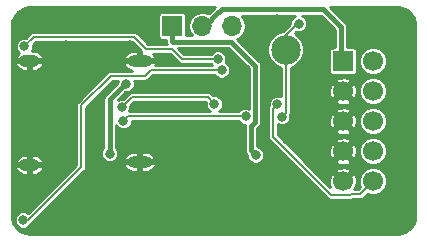
<source format=gbr>
G04 #@! TF.GenerationSoftware,KiCad,Pcbnew,(5.0.0)*
G04 #@! TF.CreationDate,2020-02-27T10:51:14+00:00*
G04 #@! TF.ProjectId,simpleJtag,73696D706C654A7461672E6B69636164,rev?*
G04 #@! TF.SameCoordinates,Original*
G04 #@! TF.FileFunction,Copper,L2,Bot,Signal*
G04 #@! TF.FilePolarity,Positive*
%FSLAX46Y46*%
G04 Gerber Fmt 4.6, Leading zero omitted, Abs format (unit mm)*
G04 Created by KiCad (PCBNEW (5.0.0)) date 02/27/20 10:51:14*
%MOMM*%
%LPD*%
G01*
G04 APERTURE LIST*
G04 #@! TA.AperFunction,ComponentPad*
%ADD10C,1.700000*%
G04 #@! TD*
G04 #@! TA.AperFunction,ComponentPad*
%ADD11R,1.700000X1.700000*%
G04 #@! TD*
G04 #@! TA.AperFunction,ComponentPad*
%ADD12O,1.800000X1.000000*%
G04 #@! TD*
G04 #@! TA.AperFunction,ComponentPad*
%ADD13O,2.100000X1.000000*%
G04 #@! TD*
G04 #@! TA.AperFunction,ComponentPad*
%ADD14O,1.700000X1.700000*%
G04 #@! TD*
G04 #@! TA.AperFunction,BGAPad,CuDef*
%ADD15C,2.500000*%
G04 #@! TD*
G04 #@! TA.AperFunction,ViaPad*
%ADD16C,0.800000*%
G04 #@! TD*
G04 #@! TA.AperFunction,Conductor*
%ADD17C,0.400000*%
G04 #@! TD*
G04 #@! TA.AperFunction,Conductor*
%ADD18C,0.200000*%
G04 #@! TD*
G04 #@! TA.AperFunction,Conductor*
%ADD19C,0.254000*%
G04 #@! TD*
G04 APERTURE END LIST*
D10*
G04 #@! TO.P,J1,10*
G04 #@! TO.N,/J_RESET*
X164000000Y-68145000D03*
G04 #@! TO.P,J1,9*
G04 #@! TO.N,GND*
X161460000Y-68145000D03*
G04 #@! TO.P,J1,8*
G04 #@! TO.N,/TDI*
X164000000Y-65605000D03*
G04 #@! TO.P,J1,7*
G04 #@! TO.N,GND*
X161460000Y-65605000D03*
G04 #@! TO.P,J1,6*
G04 #@! TO.N,/TDO*
X164000000Y-63065000D03*
G04 #@! TO.P,J1,5*
G04 #@! TO.N,GND*
X161460000Y-63065000D03*
G04 #@! TO.P,J1,4*
G04 #@! TO.N,/TCK*
X164000000Y-60525000D03*
G04 #@! TO.P,J1,3*
G04 #@! TO.N,GND*
X161460000Y-60525000D03*
G04 #@! TO.P,J1,2*
G04 #@! TO.N,/TMS*
X164000000Y-57985000D03*
D11*
G04 #@! TO.P,J1,1*
G04 #@! TO.N,/TVCC*
X161460000Y-57985000D03*
G04 #@! TD*
D12*
G04 #@! TO.P,P1,S1*
G04 #@! TO.N,GND*
X134900000Y-57950000D03*
X134900000Y-66760000D03*
D13*
X144250000Y-66500000D03*
X144250000Y-57950000D03*
G04 #@! TD*
D11*
G04 #@! TO.P,JP1,1*
G04 #@! TO.N,VBUS*
X147000000Y-55000000D03*
D14*
G04 #@! TO.P,JP1,2*
G04 #@! TO.N,/TVCC*
X149540000Y-55000000D03*
G04 #@! TO.P,JP1,3*
G04 #@! TO.N,+3V3*
X152080000Y-55000000D03*
G04 #@! TD*
D15*
G04 #@! TO.P,TP1,1*
G04 #@! TO.N,/RESET*
X156600000Y-57000000D03*
G04 #@! TD*
D16*
G04 #@! TO.N,VBUS*
X154069000Y-65925000D03*
G04 #@! TO.N,GND*
X138000000Y-59500000D03*
X138569000Y-64725000D03*
X145800000Y-66200000D03*
X143400000Y-56600000D03*
X160600000Y-71000000D03*
X153869000Y-56725000D03*
X159700000Y-65400000D03*
X159600000Y-63500000D03*
X159300000Y-57600000D03*
X155900000Y-67700000D03*
X137900000Y-62800000D03*
X155869000Y-54425000D03*
X160246021Y-61602013D03*
X149769000Y-63825000D03*
X150069000Y-59825000D03*
X138969000Y-70925000D03*
X147269000Y-69525000D03*
X148769000Y-70925000D03*
X137969000Y-56625000D03*
X138469000Y-53825000D03*
X144669000Y-55425000D03*
X146969000Y-61925000D03*
X154799991Y-63509228D03*
G04 #@! TO.N,/RESET*
X157700000Y-54800000D03*
X156269000Y-62675000D03*
G04 #@! TO.N,Net-(D1-Pad1)*
X150852767Y-57776307D03*
X134469000Y-56725000D03*
G04 #@! TO.N,Net-(D2-Pad1)*
X151169000Y-58724990D03*
X134369000Y-71425000D03*
G04 #@! TO.N,Net-(F1-Pad2)*
X141700000Y-65800000D03*
X143100000Y-59900000D03*
G04 #@! TO.N,/J_RESET*
X155900000Y-61625000D03*
G04 #@! TO.N,/USBD-*
X153204176Y-62652770D03*
X142869000Y-63025002D03*
G04 #@! TO.N,/USBD+*
X150569000Y-61600000D03*
X142721692Y-61885373D03*
G04 #@! TD*
D17*
G04 #@! TO.N,VBUS*
X147075000Y-56325000D02*
X147000000Y-56250000D01*
X147000000Y-56250000D02*
X147000000Y-55000000D01*
X154016965Y-58372965D02*
X151969000Y-56325000D01*
X154069000Y-65925000D02*
X153669001Y-65525001D01*
X153669001Y-63456216D02*
X154016965Y-63108252D01*
X151969000Y-56325000D02*
X147075000Y-56325000D01*
X154016965Y-63108252D02*
X154016965Y-58372965D01*
X153669001Y-65525001D02*
X153669001Y-63456216D01*
G04 #@! TO.N,GND*
X159300000Y-57600000D02*
X159300000Y-60655992D01*
X159869008Y-61225000D02*
X160246021Y-61602013D01*
X159300000Y-60655992D02*
X159869008Y-61225000D01*
G04 #@! TO.N,/TVCC*
X149749999Y-55000000D02*
X150900000Y-53849999D01*
X149540000Y-55000000D02*
X149749999Y-55000000D01*
X150900000Y-53849999D02*
X150950001Y-53849999D01*
X150950001Y-53849999D02*
X151200000Y-53600000D01*
X159800000Y-53600000D02*
X161300000Y-55100000D01*
X151200000Y-53600000D02*
X159800000Y-53600000D01*
X161300000Y-57840000D02*
X161460000Y-58000000D01*
X161300000Y-55100000D02*
X161300000Y-57840000D01*
D18*
G04 #@! TO.N,/RESET*
X156600000Y-57000000D02*
X156600000Y-55800000D01*
X156600000Y-55800000D02*
X157600000Y-54800000D01*
X157600000Y-54800000D02*
X157700000Y-54800000D01*
X156600000Y-62344000D02*
X156269000Y-62675000D01*
X156600000Y-57000000D02*
X156600000Y-62344000D01*
G04 #@! TO.N,Net-(D1-Pad1)*
X147819187Y-57776307D02*
X146967880Y-56925000D01*
X150852767Y-57776307D02*
X147819187Y-57776307D01*
X135294001Y-55899999D02*
X134469000Y-56725000D01*
X143736001Y-55899999D02*
X135294001Y-55899999D01*
X146967880Y-56925000D02*
X144761002Y-56925000D01*
X144761002Y-56925000D02*
X143736001Y-55899999D01*
G04 #@! TO.N,Net-(D2-Pad1)*
X139269001Y-66924999D02*
X134769000Y-71425000D01*
X139269001Y-61723879D02*
X139269001Y-66924999D01*
X141792881Y-59199999D02*
X139269001Y-61723879D01*
X145156394Y-58724990D02*
X144681385Y-59199999D01*
X151169000Y-58724990D02*
X145156394Y-58724990D01*
X144681385Y-59199999D02*
X141792881Y-59199999D01*
X134769000Y-71425000D02*
X134369000Y-71425000D01*
D17*
G04 #@! TO.N,Net-(F1-Pad2)*
X141700000Y-61194000D02*
X141700000Y-65800000D01*
X143100000Y-59900000D02*
X142994000Y-59900000D01*
X142994000Y-59900000D02*
X141700000Y-61194000D01*
D18*
G04 #@! TO.N,/J_RESET*
X155500001Y-62024999D02*
X155900000Y-61625000D01*
X160454001Y-69310001D02*
X155500001Y-64356001D01*
X162012001Y-69310001D02*
X160454001Y-69310001D01*
X162097002Y-69225000D02*
X162012001Y-69310001D01*
X164000000Y-68160000D02*
X162935000Y-69225000D01*
X155500001Y-64356001D02*
X155500001Y-62024999D01*
X162935000Y-69225000D02*
X162097002Y-69225000D01*
G04 #@! TO.N,/USBD-*
X143241232Y-62652770D02*
X142869000Y-63025002D01*
X153204176Y-62652770D02*
X143241232Y-62652770D01*
G04 #@! TO.N,/USBD+*
X143582065Y-61025000D02*
X142721692Y-61885373D01*
X150569000Y-61600000D02*
X149994000Y-61025000D01*
X149994000Y-61025000D02*
X143582065Y-61025000D01*
G04 #@! TD*
D19*
G04 #@! TO.N,GND*
G36*
X134957946Y-53427000D02*
X150584488Y-53427000D01*
X150564055Y-53440653D01*
X150564052Y-53440656D01*
X150520055Y-53470054D01*
X150490656Y-53514052D01*
X150067685Y-53937023D01*
X149999242Y-53891291D01*
X149655920Y-53823000D01*
X149424080Y-53823000D01*
X149080758Y-53891291D01*
X148691431Y-54151431D01*
X148431291Y-54540758D01*
X148339942Y-55000000D01*
X148431291Y-55459242D01*
X148657642Y-55798000D01*
X148183406Y-55798000D01*
X148183406Y-54150000D01*
X148158027Y-54022411D01*
X148085754Y-53914246D01*
X147977589Y-53841973D01*
X147850000Y-53816594D01*
X146150000Y-53816594D01*
X146022411Y-53841973D01*
X145914246Y-53914246D01*
X145841973Y-54022411D01*
X145816594Y-54150000D01*
X145816594Y-55850000D01*
X145841973Y-55977589D01*
X145914246Y-56085754D01*
X146022411Y-56158027D01*
X146150000Y-56183406D01*
X146473000Y-56183406D01*
X146473000Y-56198102D01*
X146462677Y-56250000D01*
X146473000Y-56301898D01*
X146473000Y-56301902D01*
X146503577Y-56455624D01*
X146531892Y-56498000D01*
X144937872Y-56498000D01*
X144067676Y-55627806D01*
X144043851Y-55592149D01*
X143902608Y-55497774D01*
X143778055Y-55472999D01*
X143778054Y-55472999D01*
X143736001Y-55464634D01*
X143693948Y-55472999D01*
X135336055Y-55472999D01*
X135294001Y-55464634D01*
X135251947Y-55472999D01*
X135127394Y-55497774D01*
X134986151Y-55592149D01*
X134962328Y-55627804D01*
X134592131Y-55998000D01*
X134324391Y-55998000D01*
X134057187Y-56108679D01*
X133852679Y-56313187D01*
X133742000Y-56580391D01*
X133742000Y-56869609D01*
X133852679Y-57136813D01*
X134005756Y-57289890D01*
X133825420Y-57455025D01*
X133712738Y-57696727D01*
X133765651Y-57823000D01*
X134773000Y-57823000D01*
X134773000Y-57803000D01*
X135027000Y-57803000D01*
X135027000Y-57823000D01*
X136034349Y-57823000D01*
X136087262Y-57696727D01*
X142912738Y-57696727D01*
X142965651Y-57823000D01*
X144123000Y-57823000D01*
X144123000Y-57123000D01*
X143573000Y-57123000D01*
X143266188Y-57234552D01*
X143025420Y-57455025D01*
X142912738Y-57696727D01*
X136087262Y-57696727D01*
X135974580Y-57455025D01*
X135733812Y-57234552D01*
X135427000Y-57123000D01*
X135091043Y-57123000D01*
X135196000Y-56869609D01*
X135196000Y-56601869D01*
X135470870Y-56326999D01*
X143559133Y-56326999D01*
X144377000Y-57144868D01*
X144377000Y-57823000D01*
X145534349Y-57823000D01*
X145587262Y-57696727D01*
X145474580Y-57455025D01*
X145362071Y-57352000D01*
X146791012Y-57352000D01*
X147487514Y-58048502D01*
X147511337Y-58084157D01*
X147603338Y-58145630D01*
X147652579Y-58178532D01*
X147819187Y-58211672D01*
X147861241Y-58203307D01*
X150251633Y-58203307D01*
X150346316Y-58297990D01*
X145543105Y-58297990D01*
X145587262Y-58203273D01*
X145534349Y-58077000D01*
X144377000Y-58077000D01*
X144377000Y-58097000D01*
X144123000Y-58097000D01*
X144123000Y-58077000D01*
X142965651Y-58077000D01*
X142912738Y-58203273D01*
X143025420Y-58444975D01*
X143266188Y-58665448D01*
X143561996Y-58772999D01*
X141834933Y-58772999D01*
X141792880Y-58764634D01*
X141750827Y-58772999D01*
X141626274Y-58797774D01*
X141485031Y-58892149D01*
X141461210Y-58927800D01*
X138996808Y-61392204D01*
X138961151Y-61416029D01*
X138866776Y-61557273D01*
X138842001Y-61681825D01*
X138833636Y-61723879D01*
X138842001Y-61765932D01*
X138842002Y-66748129D01*
X134781133Y-70808999D01*
X134780813Y-70808679D01*
X134513609Y-70698000D01*
X134224391Y-70698000D01*
X133957187Y-70808679D01*
X133752679Y-71013187D01*
X133642000Y-71280391D01*
X133642000Y-71569609D01*
X133752679Y-71836813D01*
X133957187Y-72041321D01*
X134224391Y-72152000D01*
X134513609Y-72152000D01*
X134780813Y-72041321D01*
X134985321Y-71836813D01*
X135009837Y-71777627D01*
X135076850Y-71732850D01*
X135100675Y-71697193D01*
X139541197Y-67256672D01*
X139576851Y-67232849D01*
X139671226Y-67091606D01*
X139696001Y-66967053D01*
X139704366Y-66925000D01*
X139696001Y-66882947D01*
X139696001Y-66753273D01*
X142912738Y-66753273D01*
X143025420Y-66994975D01*
X143266188Y-67215448D01*
X143573000Y-67327000D01*
X144123000Y-67327000D01*
X144123000Y-66627000D01*
X144377000Y-66627000D01*
X144377000Y-67327000D01*
X144927000Y-67327000D01*
X145233812Y-67215448D01*
X145474580Y-66994975D01*
X145587262Y-66753273D01*
X145534349Y-66627000D01*
X144377000Y-66627000D01*
X144123000Y-66627000D01*
X142965651Y-66627000D01*
X142912738Y-66753273D01*
X139696001Y-66753273D01*
X139696001Y-61900747D01*
X141969751Y-59626999D01*
X142426181Y-59626999D01*
X142373000Y-59755391D01*
X142373000Y-59775710D01*
X141364055Y-60784655D01*
X141320055Y-60814055D01*
X141290655Y-60858055D01*
X141290654Y-60858056D01*
X141245174Y-60926121D01*
X141203577Y-60988376D01*
X141173000Y-61142098D01*
X141173000Y-61142102D01*
X141162677Y-61194000D01*
X141173000Y-61245898D01*
X141173001Y-65298865D01*
X141083679Y-65388187D01*
X140973000Y-65655391D01*
X140973000Y-65944609D01*
X141083679Y-66211813D01*
X141288187Y-66416321D01*
X141555391Y-66527000D01*
X141844609Y-66527000D01*
X142111813Y-66416321D01*
X142281407Y-66246727D01*
X142912738Y-66246727D01*
X142965651Y-66373000D01*
X144123000Y-66373000D01*
X144123000Y-65673000D01*
X144377000Y-65673000D01*
X144377000Y-66373000D01*
X145534349Y-66373000D01*
X145587262Y-66246727D01*
X145474580Y-66005025D01*
X145233812Y-65784552D01*
X144927000Y-65673000D01*
X144377000Y-65673000D01*
X144123000Y-65673000D01*
X143573000Y-65673000D01*
X143266188Y-65784552D01*
X143025420Y-66005025D01*
X142912738Y-66246727D01*
X142281407Y-66246727D01*
X142316321Y-66211813D01*
X142427000Y-65944609D01*
X142427000Y-65655391D01*
X142316321Y-65388187D01*
X142227000Y-65298866D01*
X142227000Y-63374820D01*
X142252679Y-63436815D01*
X142457187Y-63641323D01*
X142724391Y-63752002D01*
X143013609Y-63752002D01*
X143280813Y-63641323D01*
X143485321Y-63436815D01*
X143596000Y-63169611D01*
X143596000Y-63079770D01*
X152603042Y-63079770D01*
X152792363Y-63269091D01*
X153059567Y-63379770D01*
X153146884Y-63379770D01*
X153131678Y-63456216D01*
X153142002Y-63508118D01*
X153142001Y-65473103D01*
X153131678Y-65525001D01*
X153142001Y-65576899D01*
X153142001Y-65576903D01*
X153172578Y-65730625D01*
X153172579Y-65730626D01*
X153253614Y-65851903D01*
X153289056Y-65904946D01*
X153333056Y-65934346D01*
X153342000Y-65943290D01*
X153342000Y-66069609D01*
X153452679Y-66336813D01*
X153657187Y-66541321D01*
X153924391Y-66652000D01*
X154213609Y-66652000D01*
X154480813Y-66541321D01*
X154685321Y-66336813D01*
X154796000Y-66069609D01*
X154796000Y-65780391D01*
X154685321Y-65513187D01*
X154480813Y-65308679D01*
X154213609Y-65198000D01*
X154196001Y-65198000D01*
X154196001Y-63674506D01*
X154352910Y-63517597D01*
X154396910Y-63488197D01*
X154513388Y-63313877D01*
X154543965Y-63160155D01*
X154543965Y-63160151D01*
X154554288Y-63108253D01*
X154543965Y-63056355D01*
X154543965Y-58424863D01*
X154554288Y-58372965D01*
X154543965Y-58321067D01*
X154543965Y-58321062D01*
X154513388Y-58167340D01*
X154473723Y-58107978D01*
X154426311Y-58037020D01*
X154426308Y-58037017D01*
X154396910Y-57993020D01*
X154352912Y-57963622D01*
X152504842Y-56115552D01*
X152539242Y-56108709D01*
X152928569Y-55848569D01*
X153188709Y-55459242D01*
X153280058Y-55000000D01*
X153188709Y-54540758D01*
X152928569Y-54151431D01*
X152892005Y-54127000D01*
X157425023Y-54127000D01*
X157288187Y-54183679D01*
X157083679Y-54388187D01*
X156973000Y-54655391D01*
X156973000Y-54823131D01*
X156373132Y-55423000D01*
X156286315Y-55423000D01*
X155706701Y-55663084D01*
X155263084Y-56106701D01*
X155023000Y-56686315D01*
X155023000Y-57313685D01*
X155263084Y-57893299D01*
X155706701Y-58336916D01*
X156173000Y-58530064D01*
X156173001Y-60951181D01*
X156044609Y-60898000D01*
X155755391Y-60898000D01*
X155488187Y-61008679D01*
X155283679Y-61213187D01*
X155173000Y-61480391D01*
X155173000Y-61745812D01*
X155097777Y-61858392D01*
X155064636Y-62024999D01*
X155073002Y-62067057D01*
X155073001Y-64313948D01*
X155064636Y-64356001D01*
X155073001Y-64398054D01*
X155097776Y-64522607D01*
X155192151Y-64663851D01*
X155227808Y-64687676D01*
X160122328Y-69582197D01*
X160146151Y-69617851D01*
X160287394Y-69712226D01*
X160411947Y-69737001D01*
X160411948Y-69737001D01*
X160454001Y-69745366D01*
X160496054Y-69737001D01*
X161969948Y-69737001D01*
X162012001Y-69745366D01*
X162054054Y-69737001D01*
X162054055Y-69737001D01*
X162178608Y-69712226D01*
X162268743Y-69652000D01*
X162892947Y-69652000D01*
X162935000Y-69660365D01*
X162977053Y-69652000D01*
X162977054Y-69652000D01*
X163101607Y-69627225D01*
X163242850Y-69532850D01*
X163266675Y-69497193D01*
X163536769Y-69227099D01*
X163765880Y-69322000D01*
X164234120Y-69322000D01*
X164666717Y-69142813D01*
X164997813Y-68811717D01*
X165177000Y-68379120D01*
X165177000Y-67910880D01*
X164997813Y-67478283D01*
X164666717Y-67147187D01*
X164234120Y-66968000D01*
X163765880Y-66968000D01*
X163333283Y-67147187D01*
X163002187Y-67478283D01*
X162823000Y-67910880D01*
X162823000Y-68379120D01*
X162926687Y-68629444D01*
X162758132Y-68798000D01*
X162408031Y-68798000D01*
X162500065Y-68743671D01*
X162649996Y-68300084D01*
X162618761Y-67832887D01*
X162500065Y-67546329D01*
X162335451Y-67449155D01*
X161639605Y-68145000D01*
X161653748Y-68159142D01*
X161474142Y-68338748D01*
X161460000Y-68324605D01*
X161445858Y-68338748D01*
X161266252Y-68159142D01*
X161280395Y-68145000D01*
X160584549Y-67449155D01*
X160419935Y-67546329D01*
X160270004Y-67989916D01*
X160301239Y-68457113D01*
X160369303Y-68621434D01*
X159017418Y-67269549D01*
X160764155Y-67269549D01*
X161460000Y-67965395D01*
X162155845Y-67269549D01*
X162058671Y-67104935D01*
X161615084Y-66955004D01*
X161147887Y-66986239D01*
X160861329Y-67104935D01*
X160764155Y-67269549D01*
X159017418Y-67269549D01*
X158228320Y-66480451D01*
X160764155Y-66480451D01*
X160861329Y-66645065D01*
X161304916Y-66794996D01*
X161772113Y-66763761D01*
X162058671Y-66645065D01*
X162155845Y-66480451D01*
X161460000Y-65784605D01*
X160764155Y-66480451D01*
X158228320Y-66480451D01*
X157197785Y-65449916D01*
X160270004Y-65449916D01*
X160301239Y-65917113D01*
X160419935Y-66203671D01*
X160584549Y-66300845D01*
X161280395Y-65605000D01*
X161639605Y-65605000D01*
X162335451Y-66300845D01*
X162500065Y-66203671D01*
X162649996Y-65760084D01*
X162623976Y-65370880D01*
X162823000Y-65370880D01*
X162823000Y-65839120D01*
X163002187Y-66271717D01*
X163333283Y-66602813D01*
X163765880Y-66782000D01*
X164234120Y-66782000D01*
X164666717Y-66602813D01*
X164997813Y-66271717D01*
X165177000Y-65839120D01*
X165177000Y-65370880D01*
X164997813Y-64938283D01*
X164666717Y-64607187D01*
X164234120Y-64428000D01*
X163765880Y-64428000D01*
X163333283Y-64607187D01*
X163002187Y-64938283D01*
X162823000Y-65370880D01*
X162623976Y-65370880D01*
X162618761Y-65292887D01*
X162500065Y-65006329D01*
X162335451Y-64909155D01*
X161639605Y-65605000D01*
X161280395Y-65605000D01*
X160584549Y-64909155D01*
X160419935Y-65006329D01*
X160270004Y-65449916D01*
X157197785Y-65449916D01*
X156477418Y-64729549D01*
X160764155Y-64729549D01*
X161460000Y-65425395D01*
X162155845Y-64729549D01*
X162058671Y-64564935D01*
X161615084Y-64415004D01*
X161147887Y-64446239D01*
X160861329Y-64564935D01*
X160764155Y-64729549D01*
X156477418Y-64729549D01*
X155927001Y-64179133D01*
X155927001Y-63940451D01*
X160764155Y-63940451D01*
X160861329Y-64105065D01*
X161304916Y-64254996D01*
X161772113Y-64223761D01*
X162058671Y-64105065D01*
X162155845Y-63940451D01*
X161460000Y-63244605D01*
X160764155Y-63940451D01*
X155927001Y-63940451D01*
X155927001Y-63320239D01*
X156124391Y-63402000D01*
X156413609Y-63402000D01*
X156680813Y-63291321D01*
X156885321Y-63086813D01*
X156958593Y-62909916D01*
X160270004Y-62909916D01*
X160301239Y-63377113D01*
X160419935Y-63663671D01*
X160584549Y-63760845D01*
X161280395Y-63065000D01*
X161639605Y-63065000D01*
X162335451Y-63760845D01*
X162500065Y-63663671D01*
X162649996Y-63220084D01*
X162623976Y-62830880D01*
X162823000Y-62830880D01*
X162823000Y-63299120D01*
X163002187Y-63731717D01*
X163333283Y-64062813D01*
X163765880Y-64242000D01*
X164234120Y-64242000D01*
X164666717Y-64062813D01*
X164997813Y-63731717D01*
X165177000Y-63299120D01*
X165177000Y-62830880D01*
X164997813Y-62398283D01*
X164666717Y-62067187D01*
X164234120Y-61888000D01*
X163765880Y-61888000D01*
X163333283Y-62067187D01*
X163002187Y-62398283D01*
X162823000Y-62830880D01*
X162623976Y-62830880D01*
X162618761Y-62752887D01*
X162500065Y-62466329D01*
X162335451Y-62369155D01*
X161639605Y-63065000D01*
X161280395Y-63065000D01*
X160584549Y-62369155D01*
X160419935Y-62466329D01*
X160270004Y-62909916D01*
X156958593Y-62909916D01*
X156996000Y-62819609D01*
X156996000Y-62530391D01*
X156993323Y-62523929D01*
X157002225Y-62510607D01*
X157027000Y-62386054D01*
X157035365Y-62344000D01*
X157027000Y-62301946D01*
X157027000Y-62189549D01*
X160764155Y-62189549D01*
X161460000Y-62885395D01*
X162155845Y-62189549D01*
X162058671Y-62024935D01*
X161615084Y-61875004D01*
X161147887Y-61906239D01*
X160861329Y-62024935D01*
X160764155Y-62189549D01*
X157027000Y-62189549D01*
X157027000Y-61400451D01*
X160764155Y-61400451D01*
X160861329Y-61565065D01*
X161304916Y-61714996D01*
X161772113Y-61683761D01*
X162058671Y-61565065D01*
X162155845Y-61400451D01*
X161460000Y-60704605D01*
X160764155Y-61400451D01*
X157027000Y-61400451D01*
X157027000Y-60369916D01*
X160270004Y-60369916D01*
X160301239Y-60837113D01*
X160419935Y-61123671D01*
X160584549Y-61220845D01*
X161280395Y-60525000D01*
X161639605Y-60525000D01*
X162335451Y-61220845D01*
X162500065Y-61123671D01*
X162649996Y-60680084D01*
X162623976Y-60290880D01*
X162823000Y-60290880D01*
X162823000Y-60759120D01*
X163002187Y-61191717D01*
X163333283Y-61522813D01*
X163765880Y-61702000D01*
X164234120Y-61702000D01*
X164666717Y-61522813D01*
X164997813Y-61191717D01*
X165177000Y-60759120D01*
X165177000Y-60290880D01*
X164997813Y-59858283D01*
X164666717Y-59527187D01*
X164234120Y-59348000D01*
X163765880Y-59348000D01*
X163333283Y-59527187D01*
X163002187Y-59858283D01*
X162823000Y-60290880D01*
X162623976Y-60290880D01*
X162618761Y-60212887D01*
X162500065Y-59926329D01*
X162335451Y-59829155D01*
X161639605Y-60525000D01*
X161280395Y-60525000D01*
X160584549Y-59829155D01*
X160419935Y-59926329D01*
X160270004Y-60369916D01*
X157027000Y-60369916D01*
X157027000Y-59649549D01*
X160764155Y-59649549D01*
X161460000Y-60345395D01*
X162155845Y-59649549D01*
X162058671Y-59484935D01*
X161615084Y-59335004D01*
X161147887Y-59366239D01*
X160861329Y-59484935D01*
X160764155Y-59649549D01*
X157027000Y-59649549D01*
X157027000Y-58530063D01*
X157493299Y-58336916D01*
X157936916Y-57893299D01*
X158177000Y-57313685D01*
X158177000Y-56686315D01*
X157936916Y-56106701D01*
X157493299Y-55663084D01*
X157385455Y-55618414D01*
X157499867Y-55504001D01*
X157555391Y-55527000D01*
X157844609Y-55527000D01*
X158111813Y-55416321D01*
X158316321Y-55211813D01*
X158427000Y-54944609D01*
X158427000Y-54655391D01*
X158316321Y-54388187D01*
X158111813Y-54183679D01*
X157974977Y-54127000D01*
X159581710Y-54127000D01*
X160773000Y-55318290D01*
X160773001Y-56801594D01*
X160610000Y-56801594D01*
X160482411Y-56826973D01*
X160374246Y-56899246D01*
X160301973Y-57007411D01*
X160276594Y-57135000D01*
X160276594Y-58835000D01*
X160301973Y-58962589D01*
X160374246Y-59070754D01*
X160482411Y-59143027D01*
X160610000Y-59168406D01*
X162310000Y-59168406D01*
X162437589Y-59143027D01*
X162545754Y-59070754D01*
X162618027Y-58962589D01*
X162643406Y-58835000D01*
X162643406Y-57750880D01*
X162823000Y-57750880D01*
X162823000Y-58219120D01*
X163002187Y-58651717D01*
X163333283Y-58982813D01*
X163765880Y-59162000D01*
X164234120Y-59162000D01*
X164666717Y-58982813D01*
X164997813Y-58651717D01*
X165177000Y-58219120D01*
X165177000Y-57750880D01*
X164997813Y-57318283D01*
X164666717Y-56987187D01*
X164234120Y-56808000D01*
X163765880Y-56808000D01*
X163333283Y-56987187D01*
X163002187Y-57318283D01*
X162823000Y-57750880D01*
X162643406Y-57750880D01*
X162643406Y-57135000D01*
X162618027Y-57007411D01*
X162545754Y-56899246D01*
X162437589Y-56826973D01*
X162310000Y-56801594D01*
X161827000Y-56801594D01*
X161827000Y-55151897D01*
X161837323Y-55099999D01*
X161827000Y-55048101D01*
X161827000Y-55048097D01*
X161796423Y-54894375D01*
X161679945Y-54720055D01*
X161635945Y-54690655D01*
X160372290Y-53427000D01*
X166042054Y-53427000D01*
X166085535Y-53418351D01*
X166447354Y-53470167D01*
X166858746Y-53657217D01*
X167201105Y-53952212D01*
X167446906Y-54331437D01*
X167580373Y-54777721D01*
X167588118Y-54881943D01*
X167573000Y-54957947D01*
X167573001Y-71042054D01*
X167581649Y-71085533D01*
X167529833Y-71447354D01*
X167342784Y-71858745D01*
X167047788Y-72201105D01*
X166668564Y-72446906D01*
X166222279Y-72580373D01*
X166118058Y-72588118D01*
X166042054Y-72573000D01*
X134957946Y-72573000D01*
X134914465Y-72581649D01*
X134552646Y-72529833D01*
X134141255Y-72342784D01*
X133798895Y-72047788D01*
X133553094Y-71668564D01*
X133419627Y-71222279D01*
X133411882Y-71118058D01*
X133427000Y-71042054D01*
X133427000Y-67013273D01*
X133712738Y-67013273D01*
X133825420Y-67254975D01*
X134066188Y-67475448D01*
X134373000Y-67587000D01*
X134773000Y-67587000D01*
X134773000Y-66887000D01*
X135027000Y-66887000D01*
X135027000Y-67587000D01*
X135427000Y-67587000D01*
X135733812Y-67475448D01*
X135974580Y-67254975D01*
X136087262Y-67013273D01*
X136034349Y-66887000D01*
X135027000Y-66887000D01*
X134773000Y-66887000D01*
X133765651Y-66887000D01*
X133712738Y-67013273D01*
X133427000Y-67013273D01*
X133427000Y-66957946D01*
X133402225Y-66833393D01*
X133402000Y-66833056D01*
X133402000Y-66666944D01*
X133402225Y-66666607D01*
X133427000Y-66542054D01*
X133427000Y-66506727D01*
X133712738Y-66506727D01*
X133765651Y-66633000D01*
X134773000Y-66633000D01*
X134773000Y-65933000D01*
X135027000Y-65933000D01*
X135027000Y-66633000D01*
X136034349Y-66633000D01*
X136087262Y-66506727D01*
X135974580Y-66265025D01*
X135733812Y-66044552D01*
X135427000Y-65933000D01*
X135027000Y-65933000D01*
X134773000Y-65933000D01*
X134373000Y-65933000D01*
X134066188Y-66044552D01*
X133825420Y-66265025D01*
X133712738Y-66506727D01*
X133427000Y-66506727D01*
X133427000Y-58203273D01*
X133712738Y-58203273D01*
X133825420Y-58444975D01*
X134066188Y-58665448D01*
X134373000Y-58777000D01*
X134773000Y-58777000D01*
X134773000Y-58077000D01*
X135027000Y-58077000D01*
X135027000Y-58777000D01*
X135427000Y-58777000D01*
X135733812Y-58665448D01*
X135974580Y-58444975D01*
X136087262Y-58203273D01*
X136034349Y-58077000D01*
X135027000Y-58077000D01*
X134773000Y-58077000D01*
X133765651Y-58077000D01*
X133712738Y-58203273D01*
X133427000Y-58203273D01*
X133427000Y-54957946D01*
X133418351Y-54914465D01*
X133470167Y-54552646D01*
X133657217Y-54141254D01*
X133952212Y-53798895D01*
X134331437Y-53553094D01*
X134777721Y-53419627D01*
X134881942Y-53411882D01*
X134957946Y-53427000D01*
X134957946Y-53427000D01*
G37*
X134957946Y-53427000D02*
X150584488Y-53427000D01*
X150564055Y-53440653D01*
X150564052Y-53440656D01*
X150520055Y-53470054D01*
X150490656Y-53514052D01*
X150067685Y-53937023D01*
X149999242Y-53891291D01*
X149655920Y-53823000D01*
X149424080Y-53823000D01*
X149080758Y-53891291D01*
X148691431Y-54151431D01*
X148431291Y-54540758D01*
X148339942Y-55000000D01*
X148431291Y-55459242D01*
X148657642Y-55798000D01*
X148183406Y-55798000D01*
X148183406Y-54150000D01*
X148158027Y-54022411D01*
X148085754Y-53914246D01*
X147977589Y-53841973D01*
X147850000Y-53816594D01*
X146150000Y-53816594D01*
X146022411Y-53841973D01*
X145914246Y-53914246D01*
X145841973Y-54022411D01*
X145816594Y-54150000D01*
X145816594Y-55850000D01*
X145841973Y-55977589D01*
X145914246Y-56085754D01*
X146022411Y-56158027D01*
X146150000Y-56183406D01*
X146473000Y-56183406D01*
X146473000Y-56198102D01*
X146462677Y-56250000D01*
X146473000Y-56301898D01*
X146473000Y-56301902D01*
X146503577Y-56455624D01*
X146531892Y-56498000D01*
X144937872Y-56498000D01*
X144067676Y-55627806D01*
X144043851Y-55592149D01*
X143902608Y-55497774D01*
X143778055Y-55472999D01*
X143778054Y-55472999D01*
X143736001Y-55464634D01*
X143693948Y-55472999D01*
X135336055Y-55472999D01*
X135294001Y-55464634D01*
X135251947Y-55472999D01*
X135127394Y-55497774D01*
X134986151Y-55592149D01*
X134962328Y-55627804D01*
X134592131Y-55998000D01*
X134324391Y-55998000D01*
X134057187Y-56108679D01*
X133852679Y-56313187D01*
X133742000Y-56580391D01*
X133742000Y-56869609D01*
X133852679Y-57136813D01*
X134005756Y-57289890D01*
X133825420Y-57455025D01*
X133712738Y-57696727D01*
X133765651Y-57823000D01*
X134773000Y-57823000D01*
X134773000Y-57803000D01*
X135027000Y-57803000D01*
X135027000Y-57823000D01*
X136034349Y-57823000D01*
X136087262Y-57696727D01*
X142912738Y-57696727D01*
X142965651Y-57823000D01*
X144123000Y-57823000D01*
X144123000Y-57123000D01*
X143573000Y-57123000D01*
X143266188Y-57234552D01*
X143025420Y-57455025D01*
X142912738Y-57696727D01*
X136087262Y-57696727D01*
X135974580Y-57455025D01*
X135733812Y-57234552D01*
X135427000Y-57123000D01*
X135091043Y-57123000D01*
X135196000Y-56869609D01*
X135196000Y-56601869D01*
X135470870Y-56326999D01*
X143559133Y-56326999D01*
X144377000Y-57144868D01*
X144377000Y-57823000D01*
X145534349Y-57823000D01*
X145587262Y-57696727D01*
X145474580Y-57455025D01*
X145362071Y-57352000D01*
X146791012Y-57352000D01*
X147487514Y-58048502D01*
X147511337Y-58084157D01*
X147603338Y-58145630D01*
X147652579Y-58178532D01*
X147819187Y-58211672D01*
X147861241Y-58203307D01*
X150251633Y-58203307D01*
X150346316Y-58297990D01*
X145543105Y-58297990D01*
X145587262Y-58203273D01*
X145534349Y-58077000D01*
X144377000Y-58077000D01*
X144377000Y-58097000D01*
X144123000Y-58097000D01*
X144123000Y-58077000D01*
X142965651Y-58077000D01*
X142912738Y-58203273D01*
X143025420Y-58444975D01*
X143266188Y-58665448D01*
X143561996Y-58772999D01*
X141834933Y-58772999D01*
X141792880Y-58764634D01*
X141750827Y-58772999D01*
X141626274Y-58797774D01*
X141485031Y-58892149D01*
X141461210Y-58927800D01*
X138996808Y-61392204D01*
X138961151Y-61416029D01*
X138866776Y-61557273D01*
X138842001Y-61681825D01*
X138833636Y-61723879D01*
X138842001Y-61765932D01*
X138842002Y-66748129D01*
X134781133Y-70808999D01*
X134780813Y-70808679D01*
X134513609Y-70698000D01*
X134224391Y-70698000D01*
X133957187Y-70808679D01*
X133752679Y-71013187D01*
X133642000Y-71280391D01*
X133642000Y-71569609D01*
X133752679Y-71836813D01*
X133957187Y-72041321D01*
X134224391Y-72152000D01*
X134513609Y-72152000D01*
X134780813Y-72041321D01*
X134985321Y-71836813D01*
X135009837Y-71777627D01*
X135076850Y-71732850D01*
X135100675Y-71697193D01*
X139541197Y-67256672D01*
X139576851Y-67232849D01*
X139671226Y-67091606D01*
X139696001Y-66967053D01*
X139704366Y-66925000D01*
X139696001Y-66882947D01*
X139696001Y-66753273D01*
X142912738Y-66753273D01*
X143025420Y-66994975D01*
X143266188Y-67215448D01*
X143573000Y-67327000D01*
X144123000Y-67327000D01*
X144123000Y-66627000D01*
X144377000Y-66627000D01*
X144377000Y-67327000D01*
X144927000Y-67327000D01*
X145233812Y-67215448D01*
X145474580Y-66994975D01*
X145587262Y-66753273D01*
X145534349Y-66627000D01*
X144377000Y-66627000D01*
X144123000Y-66627000D01*
X142965651Y-66627000D01*
X142912738Y-66753273D01*
X139696001Y-66753273D01*
X139696001Y-61900747D01*
X141969751Y-59626999D01*
X142426181Y-59626999D01*
X142373000Y-59755391D01*
X142373000Y-59775710D01*
X141364055Y-60784655D01*
X141320055Y-60814055D01*
X141290655Y-60858055D01*
X141290654Y-60858056D01*
X141245174Y-60926121D01*
X141203577Y-60988376D01*
X141173000Y-61142098D01*
X141173000Y-61142102D01*
X141162677Y-61194000D01*
X141173000Y-61245898D01*
X141173001Y-65298865D01*
X141083679Y-65388187D01*
X140973000Y-65655391D01*
X140973000Y-65944609D01*
X141083679Y-66211813D01*
X141288187Y-66416321D01*
X141555391Y-66527000D01*
X141844609Y-66527000D01*
X142111813Y-66416321D01*
X142281407Y-66246727D01*
X142912738Y-66246727D01*
X142965651Y-66373000D01*
X144123000Y-66373000D01*
X144123000Y-65673000D01*
X144377000Y-65673000D01*
X144377000Y-66373000D01*
X145534349Y-66373000D01*
X145587262Y-66246727D01*
X145474580Y-66005025D01*
X145233812Y-65784552D01*
X144927000Y-65673000D01*
X144377000Y-65673000D01*
X144123000Y-65673000D01*
X143573000Y-65673000D01*
X143266188Y-65784552D01*
X143025420Y-66005025D01*
X142912738Y-66246727D01*
X142281407Y-66246727D01*
X142316321Y-66211813D01*
X142427000Y-65944609D01*
X142427000Y-65655391D01*
X142316321Y-65388187D01*
X142227000Y-65298866D01*
X142227000Y-63374820D01*
X142252679Y-63436815D01*
X142457187Y-63641323D01*
X142724391Y-63752002D01*
X143013609Y-63752002D01*
X143280813Y-63641323D01*
X143485321Y-63436815D01*
X143596000Y-63169611D01*
X143596000Y-63079770D01*
X152603042Y-63079770D01*
X152792363Y-63269091D01*
X153059567Y-63379770D01*
X153146884Y-63379770D01*
X153131678Y-63456216D01*
X153142002Y-63508118D01*
X153142001Y-65473103D01*
X153131678Y-65525001D01*
X153142001Y-65576899D01*
X153142001Y-65576903D01*
X153172578Y-65730625D01*
X153172579Y-65730626D01*
X153253614Y-65851903D01*
X153289056Y-65904946D01*
X153333056Y-65934346D01*
X153342000Y-65943290D01*
X153342000Y-66069609D01*
X153452679Y-66336813D01*
X153657187Y-66541321D01*
X153924391Y-66652000D01*
X154213609Y-66652000D01*
X154480813Y-66541321D01*
X154685321Y-66336813D01*
X154796000Y-66069609D01*
X154796000Y-65780391D01*
X154685321Y-65513187D01*
X154480813Y-65308679D01*
X154213609Y-65198000D01*
X154196001Y-65198000D01*
X154196001Y-63674506D01*
X154352910Y-63517597D01*
X154396910Y-63488197D01*
X154513388Y-63313877D01*
X154543965Y-63160155D01*
X154543965Y-63160151D01*
X154554288Y-63108253D01*
X154543965Y-63056355D01*
X154543965Y-58424863D01*
X154554288Y-58372965D01*
X154543965Y-58321067D01*
X154543965Y-58321062D01*
X154513388Y-58167340D01*
X154473723Y-58107978D01*
X154426311Y-58037020D01*
X154426308Y-58037017D01*
X154396910Y-57993020D01*
X154352912Y-57963622D01*
X152504842Y-56115552D01*
X152539242Y-56108709D01*
X152928569Y-55848569D01*
X153188709Y-55459242D01*
X153280058Y-55000000D01*
X153188709Y-54540758D01*
X152928569Y-54151431D01*
X152892005Y-54127000D01*
X157425023Y-54127000D01*
X157288187Y-54183679D01*
X157083679Y-54388187D01*
X156973000Y-54655391D01*
X156973000Y-54823131D01*
X156373132Y-55423000D01*
X156286315Y-55423000D01*
X155706701Y-55663084D01*
X155263084Y-56106701D01*
X155023000Y-56686315D01*
X155023000Y-57313685D01*
X155263084Y-57893299D01*
X155706701Y-58336916D01*
X156173000Y-58530064D01*
X156173001Y-60951181D01*
X156044609Y-60898000D01*
X155755391Y-60898000D01*
X155488187Y-61008679D01*
X155283679Y-61213187D01*
X155173000Y-61480391D01*
X155173000Y-61745812D01*
X155097777Y-61858392D01*
X155064636Y-62024999D01*
X155073002Y-62067057D01*
X155073001Y-64313948D01*
X155064636Y-64356001D01*
X155073001Y-64398054D01*
X155097776Y-64522607D01*
X155192151Y-64663851D01*
X155227808Y-64687676D01*
X160122328Y-69582197D01*
X160146151Y-69617851D01*
X160287394Y-69712226D01*
X160411947Y-69737001D01*
X160411948Y-69737001D01*
X160454001Y-69745366D01*
X160496054Y-69737001D01*
X161969948Y-69737001D01*
X162012001Y-69745366D01*
X162054054Y-69737001D01*
X162054055Y-69737001D01*
X162178608Y-69712226D01*
X162268743Y-69652000D01*
X162892947Y-69652000D01*
X162935000Y-69660365D01*
X162977053Y-69652000D01*
X162977054Y-69652000D01*
X163101607Y-69627225D01*
X163242850Y-69532850D01*
X163266675Y-69497193D01*
X163536769Y-69227099D01*
X163765880Y-69322000D01*
X164234120Y-69322000D01*
X164666717Y-69142813D01*
X164997813Y-68811717D01*
X165177000Y-68379120D01*
X165177000Y-67910880D01*
X164997813Y-67478283D01*
X164666717Y-67147187D01*
X164234120Y-66968000D01*
X163765880Y-66968000D01*
X163333283Y-67147187D01*
X163002187Y-67478283D01*
X162823000Y-67910880D01*
X162823000Y-68379120D01*
X162926687Y-68629444D01*
X162758132Y-68798000D01*
X162408031Y-68798000D01*
X162500065Y-68743671D01*
X162649996Y-68300084D01*
X162618761Y-67832887D01*
X162500065Y-67546329D01*
X162335451Y-67449155D01*
X161639605Y-68145000D01*
X161653748Y-68159142D01*
X161474142Y-68338748D01*
X161460000Y-68324605D01*
X161445858Y-68338748D01*
X161266252Y-68159142D01*
X161280395Y-68145000D01*
X160584549Y-67449155D01*
X160419935Y-67546329D01*
X160270004Y-67989916D01*
X160301239Y-68457113D01*
X160369303Y-68621434D01*
X159017418Y-67269549D01*
X160764155Y-67269549D01*
X161460000Y-67965395D01*
X162155845Y-67269549D01*
X162058671Y-67104935D01*
X161615084Y-66955004D01*
X161147887Y-66986239D01*
X160861329Y-67104935D01*
X160764155Y-67269549D01*
X159017418Y-67269549D01*
X158228320Y-66480451D01*
X160764155Y-66480451D01*
X160861329Y-66645065D01*
X161304916Y-66794996D01*
X161772113Y-66763761D01*
X162058671Y-66645065D01*
X162155845Y-66480451D01*
X161460000Y-65784605D01*
X160764155Y-66480451D01*
X158228320Y-66480451D01*
X157197785Y-65449916D01*
X160270004Y-65449916D01*
X160301239Y-65917113D01*
X160419935Y-66203671D01*
X160584549Y-66300845D01*
X161280395Y-65605000D01*
X161639605Y-65605000D01*
X162335451Y-66300845D01*
X162500065Y-66203671D01*
X162649996Y-65760084D01*
X162623976Y-65370880D01*
X162823000Y-65370880D01*
X162823000Y-65839120D01*
X163002187Y-66271717D01*
X163333283Y-66602813D01*
X163765880Y-66782000D01*
X164234120Y-66782000D01*
X164666717Y-66602813D01*
X164997813Y-66271717D01*
X165177000Y-65839120D01*
X165177000Y-65370880D01*
X164997813Y-64938283D01*
X164666717Y-64607187D01*
X164234120Y-64428000D01*
X163765880Y-64428000D01*
X163333283Y-64607187D01*
X163002187Y-64938283D01*
X162823000Y-65370880D01*
X162623976Y-65370880D01*
X162618761Y-65292887D01*
X162500065Y-65006329D01*
X162335451Y-64909155D01*
X161639605Y-65605000D01*
X161280395Y-65605000D01*
X160584549Y-64909155D01*
X160419935Y-65006329D01*
X160270004Y-65449916D01*
X157197785Y-65449916D01*
X156477418Y-64729549D01*
X160764155Y-64729549D01*
X161460000Y-65425395D01*
X162155845Y-64729549D01*
X162058671Y-64564935D01*
X161615084Y-64415004D01*
X161147887Y-64446239D01*
X160861329Y-64564935D01*
X160764155Y-64729549D01*
X156477418Y-64729549D01*
X155927001Y-64179133D01*
X155927001Y-63940451D01*
X160764155Y-63940451D01*
X160861329Y-64105065D01*
X161304916Y-64254996D01*
X161772113Y-64223761D01*
X162058671Y-64105065D01*
X162155845Y-63940451D01*
X161460000Y-63244605D01*
X160764155Y-63940451D01*
X155927001Y-63940451D01*
X155927001Y-63320239D01*
X156124391Y-63402000D01*
X156413609Y-63402000D01*
X156680813Y-63291321D01*
X156885321Y-63086813D01*
X156958593Y-62909916D01*
X160270004Y-62909916D01*
X160301239Y-63377113D01*
X160419935Y-63663671D01*
X160584549Y-63760845D01*
X161280395Y-63065000D01*
X161639605Y-63065000D01*
X162335451Y-63760845D01*
X162500065Y-63663671D01*
X162649996Y-63220084D01*
X162623976Y-62830880D01*
X162823000Y-62830880D01*
X162823000Y-63299120D01*
X163002187Y-63731717D01*
X163333283Y-64062813D01*
X163765880Y-64242000D01*
X164234120Y-64242000D01*
X164666717Y-64062813D01*
X164997813Y-63731717D01*
X165177000Y-63299120D01*
X165177000Y-62830880D01*
X164997813Y-62398283D01*
X164666717Y-62067187D01*
X164234120Y-61888000D01*
X163765880Y-61888000D01*
X163333283Y-62067187D01*
X163002187Y-62398283D01*
X162823000Y-62830880D01*
X162623976Y-62830880D01*
X162618761Y-62752887D01*
X162500065Y-62466329D01*
X162335451Y-62369155D01*
X161639605Y-63065000D01*
X161280395Y-63065000D01*
X160584549Y-62369155D01*
X160419935Y-62466329D01*
X160270004Y-62909916D01*
X156958593Y-62909916D01*
X156996000Y-62819609D01*
X156996000Y-62530391D01*
X156993323Y-62523929D01*
X157002225Y-62510607D01*
X157027000Y-62386054D01*
X157035365Y-62344000D01*
X157027000Y-62301946D01*
X157027000Y-62189549D01*
X160764155Y-62189549D01*
X161460000Y-62885395D01*
X162155845Y-62189549D01*
X162058671Y-62024935D01*
X161615084Y-61875004D01*
X161147887Y-61906239D01*
X160861329Y-62024935D01*
X160764155Y-62189549D01*
X157027000Y-62189549D01*
X157027000Y-61400451D01*
X160764155Y-61400451D01*
X160861329Y-61565065D01*
X161304916Y-61714996D01*
X161772113Y-61683761D01*
X162058671Y-61565065D01*
X162155845Y-61400451D01*
X161460000Y-60704605D01*
X160764155Y-61400451D01*
X157027000Y-61400451D01*
X157027000Y-60369916D01*
X160270004Y-60369916D01*
X160301239Y-60837113D01*
X160419935Y-61123671D01*
X160584549Y-61220845D01*
X161280395Y-60525000D01*
X161639605Y-60525000D01*
X162335451Y-61220845D01*
X162500065Y-61123671D01*
X162649996Y-60680084D01*
X162623976Y-60290880D01*
X162823000Y-60290880D01*
X162823000Y-60759120D01*
X163002187Y-61191717D01*
X163333283Y-61522813D01*
X163765880Y-61702000D01*
X164234120Y-61702000D01*
X164666717Y-61522813D01*
X164997813Y-61191717D01*
X165177000Y-60759120D01*
X165177000Y-60290880D01*
X164997813Y-59858283D01*
X164666717Y-59527187D01*
X164234120Y-59348000D01*
X163765880Y-59348000D01*
X163333283Y-59527187D01*
X163002187Y-59858283D01*
X162823000Y-60290880D01*
X162623976Y-60290880D01*
X162618761Y-60212887D01*
X162500065Y-59926329D01*
X162335451Y-59829155D01*
X161639605Y-60525000D01*
X161280395Y-60525000D01*
X160584549Y-59829155D01*
X160419935Y-59926329D01*
X160270004Y-60369916D01*
X157027000Y-60369916D01*
X157027000Y-59649549D01*
X160764155Y-59649549D01*
X161460000Y-60345395D01*
X162155845Y-59649549D01*
X162058671Y-59484935D01*
X161615084Y-59335004D01*
X161147887Y-59366239D01*
X160861329Y-59484935D01*
X160764155Y-59649549D01*
X157027000Y-59649549D01*
X157027000Y-58530063D01*
X157493299Y-58336916D01*
X157936916Y-57893299D01*
X158177000Y-57313685D01*
X158177000Y-56686315D01*
X157936916Y-56106701D01*
X157493299Y-55663084D01*
X157385455Y-55618414D01*
X157499867Y-55504001D01*
X157555391Y-55527000D01*
X157844609Y-55527000D01*
X158111813Y-55416321D01*
X158316321Y-55211813D01*
X158427000Y-54944609D01*
X158427000Y-54655391D01*
X158316321Y-54388187D01*
X158111813Y-54183679D01*
X157974977Y-54127000D01*
X159581710Y-54127000D01*
X160773000Y-55318290D01*
X160773001Y-56801594D01*
X160610000Y-56801594D01*
X160482411Y-56826973D01*
X160374246Y-56899246D01*
X160301973Y-57007411D01*
X160276594Y-57135000D01*
X160276594Y-58835000D01*
X160301973Y-58962589D01*
X160374246Y-59070754D01*
X160482411Y-59143027D01*
X160610000Y-59168406D01*
X162310000Y-59168406D01*
X162437589Y-59143027D01*
X162545754Y-59070754D01*
X162618027Y-58962589D01*
X162643406Y-58835000D01*
X162643406Y-57750880D01*
X162823000Y-57750880D01*
X162823000Y-58219120D01*
X163002187Y-58651717D01*
X163333283Y-58982813D01*
X163765880Y-59162000D01*
X164234120Y-59162000D01*
X164666717Y-58982813D01*
X164997813Y-58651717D01*
X165177000Y-58219120D01*
X165177000Y-57750880D01*
X164997813Y-57318283D01*
X164666717Y-56987187D01*
X164234120Y-56808000D01*
X163765880Y-56808000D01*
X163333283Y-56987187D01*
X163002187Y-57318283D01*
X162823000Y-57750880D01*
X162643406Y-57750880D01*
X162643406Y-57135000D01*
X162618027Y-57007411D01*
X162545754Y-56899246D01*
X162437589Y-56826973D01*
X162310000Y-56801594D01*
X161827000Y-56801594D01*
X161827000Y-55151897D01*
X161837323Y-55099999D01*
X161827000Y-55048101D01*
X161827000Y-55048097D01*
X161796423Y-54894375D01*
X161679945Y-54720055D01*
X161635945Y-54690655D01*
X160372290Y-53427000D01*
X166042054Y-53427000D01*
X166085535Y-53418351D01*
X166447354Y-53470167D01*
X166858746Y-53657217D01*
X167201105Y-53952212D01*
X167446906Y-54331437D01*
X167580373Y-54777721D01*
X167588118Y-54881943D01*
X167573000Y-54957947D01*
X167573001Y-71042054D01*
X167581649Y-71085533D01*
X167529833Y-71447354D01*
X167342784Y-71858745D01*
X167047788Y-72201105D01*
X166668564Y-72446906D01*
X166222279Y-72580373D01*
X166118058Y-72588118D01*
X166042054Y-72573000D01*
X134957946Y-72573000D01*
X134914465Y-72581649D01*
X134552646Y-72529833D01*
X134141255Y-72342784D01*
X133798895Y-72047788D01*
X133553094Y-71668564D01*
X133419627Y-71222279D01*
X133411882Y-71118058D01*
X133427000Y-71042054D01*
X133427000Y-67013273D01*
X133712738Y-67013273D01*
X133825420Y-67254975D01*
X134066188Y-67475448D01*
X134373000Y-67587000D01*
X134773000Y-67587000D01*
X134773000Y-66887000D01*
X135027000Y-66887000D01*
X135027000Y-67587000D01*
X135427000Y-67587000D01*
X135733812Y-67475448D01*
X135974580Y-67254975D01*
X136087262Y-67013273D01*
X136034349Y-66887000D01*
X135027000Y-66887000D01*
X134773000Y-66887000D01*
X133765651Y-66887000D01*
X133712738Y-67013273D01*
X133427000Y-67013273D01*
X133427000Y-66957946D01*
X133402225Y-66833393D01*
X133402000Y-66833056D01*
X133402000Y-66666944D01*
X133402225Y-66666607D01*
X133427000Y-66542054D01*
X133427000Y-66506727D01*
X133712738Y-66506727D01*
X133765651Y-66633000D01*
X134773000Y-66633000D01*
X134773000Y-65933000D01*
X135027000Y-65933000D01*
X135027000Y-66633000D01*
X136034349Y-66633000D01*
X136087262Y-66506727D01*
X135974580Y-66265025D01*
X135733812Y-66044552D01*
X135427000Y-65933000D01*
X135027000Y-65933000D01*
X134773000Y-65933000D01*
X134373000Y-65933000D01*
X134066188Y-66044552D01*
X133825420Y-66265025D01*
X133712738Y-66506727D01*
X133427000Y-66506727D01*
X133427000Y-58203273D01*
X133712738Y-58203273D01*
X133825420Y-58444975D01*
X134066188Y-58665448D01*
X134373000Y-58777000D01*
X134773000Y-58777000D01*
X134773000Y-58077000D01*
X135027000Y-58077000D01*
X135027000Y-58777000D01*
X135427000Y-58777000D01*
X135733812Y-58665448D01*
X135974580Y-58444975D01*
X136087262Y-58203273D01*
X136034349Y-58077000D01*
X135027000Y-58077000D01*
X134773000Y-58077000D01*
X133765651Y-58077000D01*
X133712738Y-58203273D01*
X133427000Y-58203273D01*
X133427000Y-54957946D01*
X133418351Y-54914465D01*
X133470167Y-54552646D01*
X133657217Y-54141254D01*
X133952212Y-53798895D01*
X134331437Y-53553094D01*
X134777721Y-53419627D01*
X134881942Y-53411882D01*
X134957946Y-53427000D01*
G36*
X149842000Y-61476868D02*
X149842000Y-61744609D01*
X149952679Y-62011813D01*
X150157187Y-62216321D01*
X150179999Y-62225770D01*
X143367594Y-62225770D01*
X143448692Y-62029982D01*
X143448692Y-61762242D01*
X143758935Y-61452000D01*
X149817132Y-61452000D01*
X149842000Y-61476868D01*
X149842000Y-61476868D01*
G37*
X149842000Y-61476868D02*
X149842000Y-61744609D01*
X149952679Y-62011813D01*
X150157187Y-62216321D01*
X150179999Y-62225770D01*
X143367594Y-62225770D01*
X143448692Y-62029982D01*
X143448692Y-61762242D01*
X143758935Y-61452000D01*
X149817132Y-61452000D01*
X149842000Y-61476868D01*
G36*
X153489966Y-58591257D02*
X153489965Y-61984248D01*
X153348785Y-61925770D01*
X153059567Y-61925770D01*
X152792363Y-62036449D01*
X152603042Y-62225770D01*
X150958001Y-62225770D01*
X150980813Y-62216321D01*
X151185321Y-62011813D01*
X151296000Y-61744609D01*
X151296000Y-61455391D01*
X151185321Y-61188187D01*
X150980813Y-60983679D01*
X150713609Y-60873000D01*
X150445868Y-60873000D01*
X150325675Y-60752807D01*
X150301850Y-60717150D01*
X150160607Y-60622775D01*
X150036054Y-60598000D01*
X150036053Y-60598000D01*
X149994000Y-60589635D01*
X149951947Y-60598000D01*
X143624117Y-60598000D01*
X143582064Y-60589635D01*
X143540011Y-60598000D01*
X143415458Y-60622775D01*
X143274215Y-60717150D01*
X143250393Y-60752802D01*
X142844823Y-61158373D01*
X142577083Y-61158373D01*
X142412918Y-61226372D01*
X143012290Y-60627000D01*
X143244609Y-60627000D01*
X143511813Y-60516321D01*
X143716321Y-60311813D01*
X143827000Y-60044609D01*
X143827000Y-59755391D01*
X143773819Y-59626999D01*
X144639332Y-59626999D01*
X144681385Y-59635364D01*
X144723438Y-59626999D01*
X144723439Y-59626999D01*
X144847992Y-59602224D01*
X144989235Y-59507849D01*
X145013060Y-59472192D01*
X145333263Y-59151990D01*
X150567866Y-59151990D01*
X150757187Y-59341311D01*
X151024391Y-59451990D01*
X151313609Y-59451990D01*
X151580813Y-59341311D01*
X151785321Y-59136803D01*
X151896000Y-58869599D01*
X151896000Y-58580381D01*
X151785321Y-58313177D01*
X151580813Y-58108669D01*
X151513540Y-58080804D01*
X151579767Y-57920916D01*
X151579767Y-57631698D01*
X151469088Y-57364494D01*
X151264580Y-57159986D01*
X150997376Y-57049307D01*
X150708158Y-57049307D01*
X150440954Y-57159986D01*
X150251633Y-57349307D01*
X147996056Y-57349307D01*
X147498748Y-56852000D01*
X151750710Y-56852000D01*
X153489966Y-58591257D01*
X153489966Y-58591257D01*
G37*
X153489966Y-58591257D02*
X153489965Y-61984248D01*
X153348785Y-61925770D01*
X153059567Y-61925770D01*
X152792363Y-62036449D01*
X152603042Y-62225770D01*
X150958001Y-62225770D01*
X150980813Y-62216321D01*
X151185321Y-62011813D01*
X151296000Y-61744609D01*
X151296000Y-61455391D01*
X151185321Y-61188187D01*
X150980813Y-60983679D01*
X150713609Y-60873000D01*
X150445868Y-60873000D01*
X150325675Y-60752807D01*
X150301850Y-60717150D01*
X150160607Y-60622775D01*
X150036054Y-60598000D01*
X150036053Y-60598000D01*
X149994000Y-60589635D01*
X149951947Y-60598000D01*
X143624117Y-60598000D01*
X143582064Y-60589635D01*
X143540011Y-60598000D01*
X143415458Y-60622775D01*
X143274215Y-60717150D01*
X143250393Y-60752802D01*
X142844823Y-61158373D01*
X142577083Y-61158373D01*
X142412918Y-61226372D01*
X143012290Y-60627000D01*
X143244609Y-60627000D01*
X143511813Y-60516321D01*
X143716321Y-60311813D01*
X143827000Y-60044609D01*
X143827000Y-59755391D01*
X143773819Y-59626999D01*
X144639332Y-59626999D01*
X144681385Y-59635364D01*
X144723438Y-59626999D01*
X144723439Y-59626999D01*
X144847992Y-59602224D01*
X144989235Y-59507849D01*
X145013060Y-59472192D01*
X145333263Y-59151990D01*
X150567866Y-59151990D01*
X150757187Y-59341311D01*
X151024391Y-59451990D01*
X151313609Y-59451990D01*
X151580813Y-59341311D01*
X151785321Y-59136803D01*
X151896000Y-58869599D01*
X151896000Y-58580381D01*
X151785321Y-58313177D01*
X151580813Y-58108669D01*
X151513540Y-58080804D01*
X151579767Y-57920916D01*
X151579767Y-57631698D01*
X151469088Y-57364494D01*
X151264580Y-57159986D01*
X150997376Y-57049307D01*
X150708158Y-57049307D01*
X150440954Y-57159986D01*
X150251633Y-57349307D01*
X147996056Y-57349307D01*
X147498748Y-56852000D01*
X151750710Y-56852000D01*
X153489966Y-58591257D01*
G04 #@! TD*
M02*

</source>
